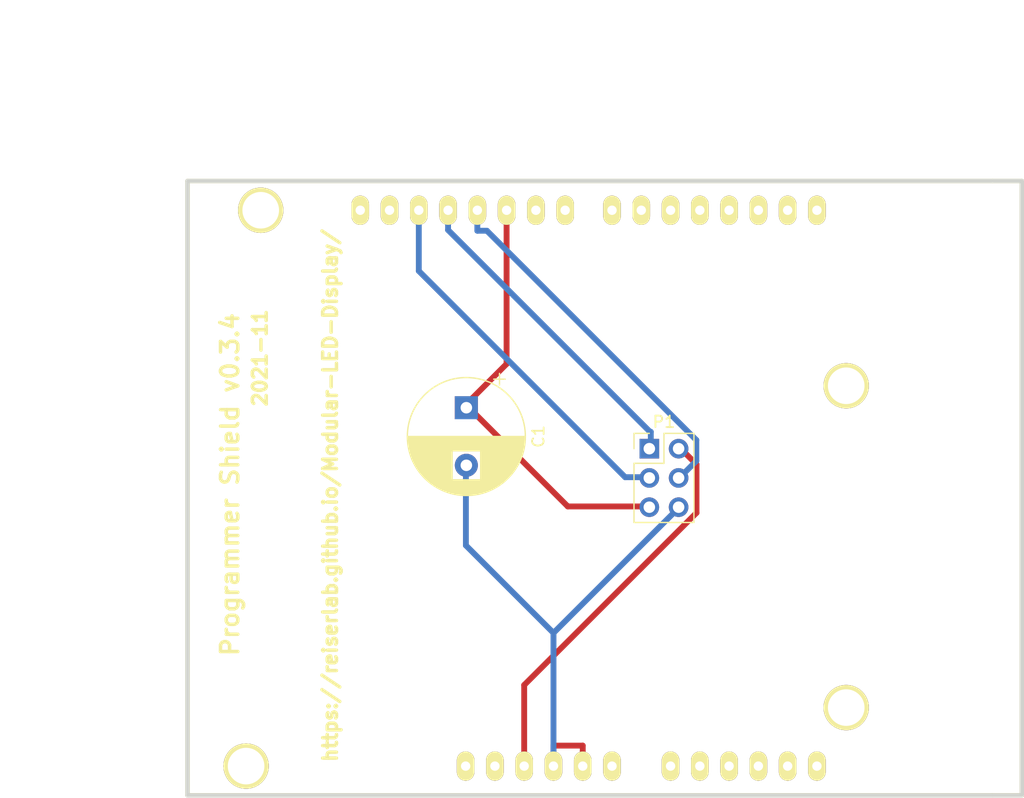
<source format=kicad_pcb>
(kicad_pcb (version 20171130) (host pcbnew 5.1.10)

  (general
    (thickness 1.6)
    (drawings 10)
    (tracks 30)
    (zones 0)
    (modules 3)
    (nets 7)
  )

  (page A3)
  (layers
    (0 F.Cu signal)
    (31 B.Cu signal)
    (32 B.Adhes user)
    (33 F.Adhes user)
    (34 B.Paste user)
    (35 F.Paste user)
    (36 B.SilkS user)
    (37 F.SilkS user)
    (38 B.Mask user)
    (39 F.Mask user)
    (40 Dwgs.User user)
    (41 Cmts.User user)
    (42 Eco1.User user)
    (43 Eco2.User user)
    (44 Edge.Cuts user)
  )

  (setup
    (last_trace_width 0.508)
    (trace_clearance 0.254)
    (zone_clearance 0.508)
    (zone_45_only no)
    (trace_min 0.254)
    (via_size 0.889)
    (via_drill 0.635)
    (via_min_size 0.889)
    (via_min_drill 0.508)
    (uvia_size 0.508)
    (uvia_drill 0.127)
    (uvias_allowed no)
    (uvia_min_size 0.508)
    (uvia_min_drill 0.127)
    (edge_width 0.1)
    (segment_width 0.2)
    (pcb_text_width 0.3)
    (pcb_text_size 1.5 1.5)
    (mod_edge_width 0.15)
    (mod_text_size 1 1)
    (mod_text_width 0.15)
    (pad_size 1.5 1.5)
    (pad_drill 0.6)
    (pad_to_mask_clearance 0)
    (aux_axis_origin 0 0)
    (visible_elements FFFFFFBF)
    (pcbplotparams
      (layerselection 0x010fc_ffffffff)
      (usegerberextensions false)
      (usegerberattributes true)
      (usegerberadvancedattributes true)
      (creategerberjobfile true)
      (excludeedgelayer true)
      (linewidth 0.100000)
      (plotframeref false)
      (viasonmask false)
      (mode 1)
      (useauxorigin false)
      (hpglpennumber 1)
      (hpglpenspeed 20)
      (hpglpendiameter 15.000000)
      (psnegative false)
      (psa4output false)
      (plotreference true)
      (plotvalue true)
      (plotinvisibletext false)
      (padsonsilk false)
      (subtractmaskfromsilk false)
      (outputformat 1)
      (mirror false)
      (drillshape 0)
      (scaleselection 1)
      (outputdirectory "production_v0/"))
  )

  (net 0 "")
  (net 1 /5V)
  (net 2 /GND)
  (net 3 /RST)
  (net 4 /SCK)
  (net 5 /CIPO)
  (net 6 /COPI)

  (net_class Default "This is the default net class."
    (clearance 0.254)
    (trace_width 0.508)
    (via_dia 0.889)
    (via_drill 0.635)
    (uvia_dia 0.508)
    (uvia_drill 0.127)
    (add_net /5V)
    (add_net /CIPO)
    (add_net /COPI)
    (add_net /GND)
    (add_net /RST)
    (add_net /SCK)
  )

  (module Connector_PinHeader_2.54mm:PinHeader_2x03_P2.54mm_Vertical (layer F.Cu) (tedit 59FED5CC) (tstamp 6195126B)
    (at 159.766 102.616)
    (descr "Through hole straight pin header, 2x03, 2.54mm pitch, double rows")
    (tags "Through hole pin header THT 2x03 2.54mm double row")
    (path /55D3A909)
    (fp_text reference P1 (at 1.27 -2.33) (layer F.SilkS)
      (effects (font (size 1 1) (thickness 0.15)))
    )
    (fp_text value CONN_3X2 (at 1.27 7.41) (layer F.Fab)
      (effects (font (size 1 1) (thickness 0.15)))
    )
    (fp_line (start 0 -1.27) (end 3.81 -1.27) (layer F.Fab) (width 0.1))
    (fp_line (start 3.81 -1.27) (end 3.81 6.35) (layer F.Fab) (width 0.1))
    (fp_line (start 3.81 6.35) (end -1.27 6.35) (layer F.Fab) (width 0.1))
    (fp_line (start -1.27 6.35) (end -1.27 0) (layer F.Fab) (width 0.1))
    (fp_line (start -1.27 0) (end 0 -1.27) (layer F.Fab) (width 0.1))
    (fp_line (start -1.33 6.41) (end 3.87 6.41) (layer F.SilkS) (width 0.12))
    (fp_line (start -1.33 1.27) (end -1.33 6.41) (layer F.SilkS) (width 0.12))
    (fp_line (start 3.87 -1.33) (end 3.87 6.41) (layer F.SilkS) (width 0.12))
    (fp_line (start -1.33 1.27) (end 1.27 1.27) (layer F.SilkS) (width 0.12))
    (fp_line (start 1.27 1.27) (end 1.27 -1.33) (layer F.SilkS) (width 0.12))
    (fp_line (start 1.27 -1.33) (end 3.87 -1.33) (layer F.SilkS) (width 0.12))
    (fp_line (start -1.33 0) (end -1.33 -1.33) (layer F.SilkS) (width 0.12))
    (fp_line (start -1.33 -1.33) (end 0 -1.33) (layer F.SilkS) (width 0.12))
    (fp_line (start -1.8 -1.8) (end -1.8 6.85) (layer F.CrtYd) (width 0.05))
    (fp_line (start -1.8 6.85) (end 4.35 6.85) (layer F.CrtYd) (width 0.05))
    (fp_line (start 4.35 6.85) (end 4.35 -1.8) (layer F.CrtYd) (width 0.05))
    (fp_line (start 4.35 -1.8) (end -1.8 -1.8) (layer F.CrtYd) (width 0.05))
    (fp_text user %R (at 1.27 2.54 90) (layer F.Fab)
      (effects (font (size 1 1) (thickness 0.15)))
    )
    (pad 1 thru_hole rect (at 0 0) (size 1.7 1.7) (drill 1) (layers *.Cu *.Mask)
      (net 5 /CIPO))
    (pad 2 thru_hole oval (at 2.54 0) (size 1.7 1.7) (drill 1) (layers *.Cu *.Mask)
      (net 1 /5V))
    (pad 3 thru_hole oval (at 0 2.54) (size 1.7 1.7) (drill 1) (layers *.Cu *.Mask)
      (net 4 /SCK))
    (pad 4 thru_hole oval (at 2.54 2.54) (size 1.7 1.7) (drill 1) (layers *.Cu *.Mask)
      (net 6 /COPI))
    (pad 5 thru_hole oval (at 0 5.08) (size 1.7 1.7) (drill 1) (layers *.Cu *.Mask)
      (net 3 /RST))
    (pad 6 thru_hole oval (at 2.54 5.08) (size 1.7 1.7) (drill 1) (layers *.Cu *.Mask)
      (net 2 /GND))
    (model ${KISYS3DMOD}/Connector_PinHeader_2.54mm.3dshapes/PinHeader_2x03_P2.54mm_Vertical.wrl
      (at (xyz 0 0 0))
      (scale (xyz 1 1 1))
      (rotate (xyz 0 0 0))
    )
  )

  (module Capacitor_THT:CP_Radial_D10.0mm_P5.00mm (layer F.Cu) (tedit 5AE50EF1) (tstamp 619511A0)
    (at 143.89 99.06 270)
    (descr "CP, Radial series, Radial, pin pitch=5.00mm, , diameter=10mm, Electrolytic Capacitor")
    (tags "CP Radial series Radial pin pitch 5.00mm  diameter 10mm Electrolytic Capacitor")
    (path /55D3A922)
    (fp_text reference C1 (at 2.5 -6.25 90) (layer F.SilkS)
      (effects (font (size 1 1) (thickness 0.15)))
    )
    (fp_text value CP1 (at 2.5 6.25 90) (layer F.Fab)
      (effects (font (size 1 1) (thickness 0.15)))
    )
    (fp_circle (center 2.5 0) (end 7.5 0) (layer F.Fab) (width 0.1))
    (fp_circle (center 2.5 0) (end 7.62 0) (layer F.SilkS) (width 0.12))
    (fp_circle (center 2.5 0) (end 7.75 0) (layer F.CrtYd) (width 0.05))
    (fp_line (start -1.788861 -2.1875) (end -0.788861 -2.1875) (layer F.Fab) (width 0.1))
    (fp_line (start -1.288861 -2.6875) (end -1.288861 -1.6875) (layer F.Fab) (width 0.1))
    (fp_line (start 2.5 -5.08) (end 2.5 5.08) (layer F.SilkS) (width 0.12))
    (fp_line (start 2.54 -5.08) (end 2.54 5.08) (layer F.SilkS) (width 0.12))
    (fp_line (start 2.58 -5.08) (end 2.58 5.08) (layer F.SilkS) (width 0.12))
    (fp_line (start 2.62 -5.079) (end 2.62 5.079) (layer F.SilkS) (width 0.12))
    (fp_line (start 2.66 -5.078) (end 2.66 5.078) (layer F.SilkS) (width 0.12))
    (fp_line (start 2.7 -5.077) (end 2.7 5.077) (layer F.SilkS) (width 0.12))
    (fp_line (start 2.74 -5.075) (end 2.74 5.075) (layer F.SilkS) (width 0.12))
    (fp_line (start 2.78 -5.073) (end 2.78 5.073) (layer F.SilkS) (width 0.12))
    (fp_line (start 2.82 -5.07) (end 2.82 5.07) (layer F.SilkS) (width 0.12))
    (fp_line (start 2.86 -5.068) (end 2.86 5.068) (layer F.SilkS) (width 0.12))
    (fp_line (start 2.9 -5.065) (end 2.9 5.065) (layer F.SilkS) (width 0.12))
    (fp_line (start 2.94 -5.062) (end 2.94 5.062) (layer F.SilkS) (width 0.12))
    (fp_line (start 2.98 -5.058) (end 2.98 5.058) (layer F.SilkS) (width 0.12))
    (fp_line (start 3.02 -5.054) (end 3.02 5.054) (layer F.SilkS) (width 0.12))
    (fp_line (start 3.06 -5.05) (end 3.06 5.05) (layer F.SilkS) (width 0.12))
    (fp_line (start 3.1 -5.045) (end 3.1 5.045) (layer F.SilkS) (width 0.12))
    (fp_line (start 3.14 -5.04) (end 3.14 5.04) (layer F.SilkS) (width 0.12))
    (fp_line (start 3.18 -5.035) (end 3.18 5.035) (layer F.SilkS) (width 0.12))
    (fp_line (start 3.221 -5.03) (end 3.221 5.03) (layer F.SilkS) (width 0.12))
    (fp_line (start 3.261 -5.024) (end 3.261 5.024) (layer F.SilkS) (width 0.12))
    (fp_line (start 3.301 -5.018) (end 3.301 5.018) (layer F.SilkS) (width 0.12))
    (fp_line (start 3.341 -5.011) (end 3.341 5.011) (layer F.SilkS) (width 0.12))
    (fp_line (start 3.381 -5.004) (end 3.381 5.004) (layer F.SilkS) (width 0.12))
    (fp_line (start 3.421 -4.997) (end 3.421 4.997) (layer F.SilkS) (width 0.12))
    (fp_line (start 3.461 -4.99) (end 3.461 4.99) (layer F.SilkS) (width 0.12))
    (fp_line (start 3.501 -4.982) (end 3.501 4.982) (layer F.SilkS) (width 0.12))
    (fp_line (start 3.541 -4.974) (end 3.541 4.974) (layer F.SilkS) (width 0.12))
    (fp_line (start 3.581 -4.965) (end 3.581 4.965) (layer F.SilkS) (width 0.12))
    (fp_line (start 3.621 -4.956) (end 3.621 4.956) (layer F.SilkS) (width 0.12))
    (fp_line (start 3.661 -4.947) (end 3.661 4.947) (layer F.SilkS) (width 0.12))
    (fp_line (start 3.701 -4.938) (end 3.701 4.938) (layer F.SilkS) (width 0.12))
    (fp_line (start 3.741 -4.928) (end 3.741 4.928) (layer F.SilkS) (width 0.12))
    (fp_line (start 3.781 -4.918) (end 3.781 -1.241) (layer F.SilkS) (width 0.12))
    (fp_line (start 3.781 1.241) (end 3.781 4.918) (layer F.SilkS) (width 0.12))
    (fp_line (start 3.821 -4.907) (end 3.821 -1.241) (layer F.SilkS) (width 0.12))
    (fp_line (start 3.821 1.241) (end 3.821 4.907) (layer F.SilkS) (width 0.12))
    (fp_line (start 3.861 -4.897) (end 3.861 -1.241) (layer F.SilkS) (width 0.12))
    (fp_line (start 3.861 1.241) (end 3.861 4.897) (layer F.SilkS) (width 0.12))
    (fp_line (start 3.901 -4.885) (end 3.901 -1.241) (layer F.SilkS) (width 0.12))
    (fp_line (start 3.901 1.241) (end 3.901 4.885) (layer F.SilkS) (width 0.12))
    (fp_line (start 3.941 -4.874) (end 3.941 -1.241) (layer F.SilkS) (width 0.12))
    (fp_line (start 3.941 1.241) (end 3.941 4.874) (layer F.SilkS) (width 0.12))
    (fp_line (start 3.981 -4.862) (end 3.981 -1.241) (layer F.SilkS) (width 0.12))
    (fp_line (start 3.981 1.241) (end 3.981 4.862) (layer F.SilkS) (width 0.12))
    (fp_line (start 4.021 -4.85) (end 4.021 -1.241) (layer F.SilkS) (width 0.12))
    (fp_line (start 4.021 1.241) (end 4.021 4.85) (layer F.SilkS) (width 0.12))
    (fp_line (start 4.061 -4.837) (end 4.061 -1.241) (layer F.SilkS) (width 0.12))
    (fp_line (start 4.061 1.241) (end 4.061 4.837) (layer F.SilkS) (width 0.12))
    (fp_line (start 4.101 -4.824) (end 4.101 -1.241) (layer F.SilkS) (width 0.12))
    (fp_line (start 4.101 1.241) (end 4.101 4.824) (layer F.SilkS) (width 0.12))
    (fp_line (start 4.141 -4.811) (end 4.141 -1.241) (layer F.SilkS) (width 0.12))
    (fp_line (start 4.141 1.241) (end 4.141 4.811) (layer F.SilkS) (width 0.12))
    (fp_line (start 4.181 -4.797) (end 4.181 -1.241) (layer F.SilkS) (width 0.12))
    (fp_line (start 4.181 1.241) (end 4.181 4.797) (layer F.SilkS) (width 0.12))
    (fp_line (start 4.221 -4.783) (end 4.221 -1.241) (layer F.SilkS) (width 0.12))
    (fp_line (start 4.221 1.241) (end 4.221 4.783) (layer F.SilkS) (width 0.12))
    (fp_line (start 4.261 -4.768) (end 4.261 -1.241) (layer F.SilkS) (width 0.12))
    (fp_line (start 4.261 1.241) (end 4.261 4.768) (layer F.SilkS) (width 0.12))
    (fp_line (start 4.301 -4.754) (end 4.301 -1.241) (layer F.SilkS) (width 0.12))
    (fp_line (start 4.301 1.241) (end 4.301 4.754) (layer F.SilkS) (width 0.12))
    (fp_line (start 4.341 -4.738) (end 4.341 -1.241) (layer F.SilkS) (width 0.12))
    (fp_line (start 4.341 1.241) (end 4.341 4.738) (layer F.SilkS) (width 0.12))
    (fp_line (start 4.381 -4.723) (end 4.381 -1.241) (layer F.SilkS) (width 0.12))
    (fp_line (start 4.381 1.241) (end 4.381 4.723) (layer F.SilkS) (width 0.12))
    (fp_line (start 4.421 -4.707) (end 4.421 -1.241) (layer F.SilkS) (width 0.12))
    (fp_line (start 4.421 1.241) (end 4.421 4.707) (layer F.SilkS) (width 0.12))
    (fp_line (start 4.461 -4.69) (end 4.461 -1.241) (layer F.SilkS) (width 0.12))
    (fp_line (start 4.461 1.241) (end 4.461 4.69) (layer F.SilkS) (width 0.12))
    (fp_line (start 4.501 -4.674) (end 4.501 -1.241) (layer F.SilkS) (width 0.12))
    (fp_line (start 4.501 1.241) (end 4.501 4.674) (layer F.SilkS) (width 0.12))
    (fp_line (start 4.541 -4.657) (end 4.541 -1.241) (layer F.SilkS) (width 0.12))
    (fp_line (start 4.541 1.241) (end 4.541 4.657) (layer F.SilkS) (width 0.12))
    (fp_line (start 4.581 -4.639) (end 4.581 -1.241) (layer F.SilkS) (width 0.12))
    (fp_line (start 4.581 1.241) (end 4.581 4.639) (layer F.SilkS) (width 0.12))
    (fp_line (start 4.621 -4.621) (end 4.621 -1.241) (layer F.SilkS) (width 0.12))
    (fp_line (start 4.621 1.241) (end 4.621 4.621) (layer F.SilkS) (width 0.12))
    (fp_line (start 4.661 -4.603) (end 4.661 -1.241) (layer F.SilkS) (width 0.12))
    (fp_line (start 4.661 1.241) (end 4.661 4.603) (layer F.SilkS) (width 0.12))
    (fp_line (start 4.701 -4.584) (end 4.701 -1.241) (layer F.SilkS) (width 0.12))
    (fp_line (start 4.701 1.241) (end 4.701 4.584) (layer F.SilkS) (width 0.12))
    (fp_line (start 4.741 -4.564) (end 4.741 -1.241) (layer F.SilkS) (width 0.12))
    (fp_line (start 4.741 1.241) (end 4.741 4.564) (layer F.SilkS) (width 0.12))
    (fp_line (start 4.781 -4.545) (end 4.781 -1.241) (layer F.SilkS) (width 0.12))
    (fp_line (start 4.781 1.241) (end 4.781 4.545) (layer F.SilkS) (width 0.12))
    (fp_line (start 4.821 -4.525) (end 4.821 -1.241) (layer F.SilkS) (width 0.12))
    (fp_line (start 4.821 1.241) (end 4.821 4.525) (layer F.SilkS) (width 0.12))
    (fp_line (start 4.861 -4.504) (end 4.861 -1.241) (layer F.SilkS) (width 0.12))
    (fp_line (start 4.861 1.241) (end 4.861 4.504) (layer F.SilkS) (width 0.12))
    (fp_line (start 4.901 -4.483) (end 4.901 -1.241) (layer F.SilkS) (width 0.12))
    (fp_line (start 4.901 1.241) (end 4.901 4.483) (layer F.SilkS) (width 0.12))
    (fp_line (start 4.941 -4.462) (end 4.941 -1.241) (layer F.SilkS) (width 0.12))
    (fp_line (start 4.941 1.241) (end 4.941 4.462) (layer F.SilkS) (width 0.12))
    (fp_line (start 4.981 -4.44) (end 4.981 -1.241) (layer F.SilkS) (width 0.12))
    (fp_line (start 4.981 1.241) (end 4.981 4.44) (layer F.SilkS) (width 0.12))
    (fp_line (start 5.021 -4.417) (end 5.021 -1.241) (layer F.SilkS) (width 0.12))
    (fp_line (start 5.021 1.241) (end 5.021 4.417) (layer F.SilkS) (width 0.12))
    (fp_line (start 5.061 -4.395) (end 5.061 -1.241) (layer F.SilkS) (width 0.12))
    (fp_line (start 5.061 1.241) (end 5.061 4.395) (layer F.SilkS) (width 0.12))
    (fp_line (start 5.101 -4.371) (end 5.101 -1.241) (layer F.SilkS) (width 0.12))
    (fp_line (start 5.101 1.241) (end 5.101 4.371) (layer F.SilkS) (width 0.12))
    (fp_line (start 5.141 -4.347) (end 5.141 -1.241) (layer F.SilkS) (width 0.12))
    (fp_line (start 5.141 1.241) (end 5.141 4.347) (layer F.SilkS) (width 0.12))
    (fp_line (start 5.181 -4.323) (end 5.181 -1.241) (layer F.SilkS) (width 0.12))
    (fp_line (start 5.181 1.241) (end 5.181 4.323) (layer F.SilkS) (width 0.12))
    (fp_line (start 5.221 -4.298) (end 5.221 -1.241) (layer F.SilkS) (width 0.12))
    (fp_line (start 5.221 1.241) (end 5.221 4.298) (layer F.SilkS) (width 0.12))
    (fp_line (start 5.261 -4.273) (end 5.261 -1.241) (layer F.SilkS) (width 0.12))
    (fp_line (start 5.261 1.241) (end 5.261 4.273) (layer F.SilkS) (width 0.12))
    (fp_line (start 5.301 -4.247) (end 5.301 -1.241) (layer F.SilkS) (width 0.12))
    (fp_line (start 5.301 1.241) (end 5.301 4.247) (layer F.SilkS) (width 0.12))
    (fp_line (start 5.341 -4.221) (end 5.341 -1.241) (layer F.SilkS) (width 0.12))
    (fp_line (start 5.341 1.241) (end 5.341 4.221) (layer F.SilkS) (width 0.12))
    (fp_line (start 5.381 -4.194) (end 5.381 -1.241) (layer F.SilkS) (width 0.12))
    (fp_line (start 5.381 1.241) (end 5.381 4.194) (layer F.SilkS) (width 0.12))
    (fp_line (start 5.421 -4.166) (end 5.421 -1.241) (layer F.SilkS) (width 0.12))
    (fp_line (start 5.421 1.241) (end 5.421 4.166) (layer F.SilkS) (width 0.12))
    (fp_line (start 5.461 -4.138) (end 5.461 -1.241) (layer F.SilkS) (width 0.12))
    (fp_line (start 5.461 1.241) (end 5.461 4.138) (layer F.SilkS) (width 0.12))
    (fp_line (start 5.501 -4.11) (end 5.501 -1.241) (layer F.SilkS) (width 0.12))
    (fp_line (start 5.501 1.241) (end 5.501 4.11) (layer F.SilkS) (width 0.12))
    (fp_line (start 5.541 -4.08) (end 5.541 -1.241) (layer F.SilkS) (width 0.12))
    (fp_line (start 5.541 1.241) (end 5.541 4.08) (layer F.SilkS) (width 0.12))
    (fp_line (start 5.581 -4.05) (end 5.581 -1.241) (layer F.SilkS) (width 0.12))
    (fp_line (start 5.581 1.241) (end 5.581 4.05) (layer F.SilkS) (width 0.12))
    (fp_line (start 5.621 -4.02) (end 5.621 -1.241) (layer F.SilkS) (width 0.12))
    (fp_line (start 5.621 1.241) (end 5.621 4.02) (layer F.SilkS) (width 0.12))
    (fp_line (start 5.661 -3.989) (end 5.661 -1.241) (layer F.SilkS) (width 0.12))
    (fp_line (start 5.661 1.241) (end 5.661 3.989) (layer F.SilkS) (width 0.12))
    (fp_line (start 5.701 -3.957) (end 5.701 -1.241) (layer F.SilkS) (width 0.12))
    (fp_line (start 5.701 1.241) (end 5.701 3.957) (layer F.SilkS) (width 0.12))
    (fp_line (start 5.741 -3.925) (end 5.741 -1.241) (layer F.SilkS) (width 0.12))
    (fp_line (start 5.741 1.241) (end 5.741 3.925) (layer F.SilkS) (width 0.12))
    (fp_line (start 5.781 -3.892) (end 5.781 -1.241) (layer F.SilkS) (width 0.12))
    (fp_line (start 5.781 1.241) (end 5.781 3.892) (layer F.SilkS) (width 0.12))
    (fp_line (start 5.821 -3.858) (end 5.821 -1.241) (layer F.SilkS) (width 0.12))
    (fp_line (start 5.821 1.241) (end 5.821 3.858) (layer F.SilkS) (width 0.12))
    (fp_line (start 5.861 -3.824) (end 5.861 -1.241) (layer F.SilkS) (width 0.12))
    (fp_line (start 5.861 1.241) (end 5.861 3.824) (layer F.SilkS) (width 0.12))
    (fp_line (start 5.901 -3.789) (end 5.901 -1.241) (layer F.SilkS) (width 0.12))
    (fp_line (start 5.901 1.241) (end 5.901 3.789) (layer F.SilkS) (width 0.12))
    (fp_line (start 5.941 -3.753) (end 5.941 -1.241) (layer F.SilkS) (width 0.12))
    (fp_line (start 5.941 1.241) (end 5.941 3.753) (layer F.SilkS) (width 0.12))
    (fp_line (start 5.981 -3.716) (end 5.981 -1.241) (layer F.SilkS) (width 0.12))
    (fp_line (start 5.981 1.241) (end 5.981 3.716) (layer F.SilkS) (width 0.12))
    (fp_line (start 6.021 -3.679) (end 6.021 -1.241) (layer F.SilkS) (width 0.12))
    (fp_line (start 6.021 1.241) (end 6.021 3.679) (layer F.SilkS) (width 0.12))
    (fp_line (start 6.061 -3.64) (end 6.061 -1.241) (layer F.SilkS) (width 0.12))
    (fp_line (start 6.061 1.241) (end 6.061 3.64) (layer F.SilkS) (width 0.12))
    (fp_line (start 6.101 -3.601) (end 6.101 -1.241) (layer F.SilkS) (width 0.12))
    (fp_line (start 6.101 1.241) (end 6.101 3.601) (layer F.SilkS) (width 0.12))
    (fp_line (start 6.141 -3.561) (end 6.141 -1.241) (layer F.SilkS) (width 0.12))
    (fp_line (start 6.141 1.241) (end 6.141 3.561) (layer F.SilkS) (width 0.12))
    (fp_line (start 6.181 -3.52) (end 6.181 -1.241) (layer F.SilkS) (width 0.12))
    (fp_line (start 6.181 1.241) (end 6.181 3.52) (layer F.SilkS) (width 0.12))
    (fp_line (start 6.221 -3.478) (end 6.221 -1.241) (layer F.SilkS) (width 0.12))
    (fp_line (start 6.221 1.241) (end 6.221 3.478) (layer F.SilkS) (width 0.12))
    (fp_line (start 6.261 -3.436) (end 6.261 3.436) (layer F.SilkS) (width 0.12))
    (fp_line (start 6.301 -3.392) (end 6.301 3.392) (layer F.SilkS) (width 0.12))
    (fp_line (start 6.341 -3.347) (end 6.341 3.347) (layer F.SilkS) (width 0.12))
    (fp_line (start 6.381 -3.301) (end 6.381 3.301) (layer F.SilkS) (width 0.12))
    (fp_line (start 6.421 -3.254) (end 6.421 3.254) (layer F.SilkS) (width 0.12))
    (fp_line (start 6.461 -3.206) (end 6.461 3.206) (layer F.SilkS) (width 0.12))
    (fp_line (start 6.501 -3.156) (end 6.501 3.156) (layer F.SilkS) (width 0.12))
    (fp_line (start 6.541 -3.106) (end 6.541 3.106) (layer F.SilkS) (width 0.12))
    (fp_line (start 6.581 -3.054) (end 6.581 3.054) (layer F.SilkS) (width 0.12))
    (fp_line (start 6.621 -3) (end 6.621 3) (layer F.SilkS) (width 0.12))
    (fp_line (start 6.661 -2.945) (end 6.661 2.945) (layer F.SilkS) (width 0.12))
    (fp_line (start 6.701 -2.889) (end 6.701 2.889) (layer F.SilkS) (width 0.12))
    (fp_line (start 6.741 -2.83) (end 6.741 2.83) (layer F.SilkS) (width 0.12))
    (fp_line (start 6.781 -2.77) (end 6.781 2.77) (layer F.SilkS) (width 0.12))
    (fp_line (start 6.821 -2.709) (end 6.821 2.709) (layer F.SilkS) (width 0.12))
    (fp_line (start 6.861 -2.645) (end 6.861 2.645) (layer F.SilkS) (width 0.12))
    (fp_line (start 6.901 -2.579) (end 6.901 2.579) (layer F.SilkS) (width 0.12))
    (fp_line (start 6.941 -2.51) (end 6.941 2.51) (layer F.SilkS) (width 0.12))
    (fp_line (start 6.981 -2.439) (end 6.981 2.439) (layer F.SilkS) (width 0.12))
    (fp_line (start 7.021 -2.365) (end 7.021 2.365) (layer F.SilkS) (width 0.12))
    (fp_line (start 7.061 -2.289) (end 7.061 2.289) (layer F.SilkS) (width 0.12))
    (fp_line (start 7.101 -2.209) (end 7.101 2.209) (layer F.SilkS) (width 0.12))
    (fp_line (start 7.141 -2.125) (end 7.141 2.125) (layer F.SilkS) (width 0.12))
    (fp_line (start 7.181 -2.037) (end 7.181 2.037) (layer F.SilkS) (width 0.12))
    (fp_line (start 7.221 -1.944) (end 7.221 1.944) (layer F.SilkS) (width 0.12))
    (fp_line (start 7.261 -1.846) (end 7.261 1.846) (layer F.SilkS) (width 0.12))
    (fp_line (start 7.301 -1.742) (end 7.301 1.742) (layer F.SilkS) (width 0.12))
    (fp_line (start 7.341 -1.63) (end 7.341 1.63) (layer F.SilkS) (width 0.12))
    (fp_line (start 7.381 -1.51) (end 7.381 1.51) (layer F.SilkS) (width 0.12))
    (fp_line (start 7.421 -1.378) (end 7.421 1.378) (layer F.SilkS) (width 0.12))
    (fp_line (start 7.461 -1.23) (end 7.461 1.23) (layer F.SilkS) (width 0.12))
    (fp_line (start 7.501 -1.062) (end 7.501 1.062) (layer F.SilkS) (width 0.12))
    (fp_line (start 7.541 -0.862) (end 7.541 0.862) (layer F.SilkS) (width 0.12))
    (fp_line (start 7.581 -0.599) (end 7.581 0.599) (layer F.SilkS) (width 0.12))
    (fp_line (start -2.979646 -2.875) (end -1.979646 -2.875) (layer F.SilkS) (width 0.12))
    (fp_line (start -2.479646 -3.375) (end -2.479646 -2.375) (layer F.SilkS) (width 0.12))
    (fp_text user %R (at 2.5 0 90) (layer F.Fab)
      (effects (font (size 1 1) (thickness 0.15)))
    )
    (pad 1 thru_hole rect (at 0 0 270) (size 2 2) (drill 1) (layers *.Cu *.Mask)
      (net 3 /RST))
    (pad 2 thru_hole circle (at 5 0 270) (size 2 2) (drill 1) (layers *.Cu *.Mask)
      (net 2 /GND))
    (model ${KISYS3DMOD}/Capacitor_THT.3dshapes/CP_Radial_D10.0mm_P5.00mm.wrl
      (at (xyz 0 0 0))
      (scale (xyz 1 1 1))
      (rotate (xyz 0 0 0))
    )
  )

  (module shield_programmer_v0p3:ARDUINO_SHIELD (layer F.Cu) (tedit 521963CD) (tstamp 61951BDC)
    (at 119.698 132.715)
    (path /55D3A8F9)
    (fp_text reference SHIELD1 (at 1.968 8.509) (layer F.SilkS) hide
      (effects (font (size 1.524 1.524) (thickness 0.3048)))
    )
    (fp_text value ARDUINO_SHIELD (at 6.54 5.461) (layer F.SilkS) hide
      (effects (font (size 1.524 1.524) (thickness 0.3048)))
    )
    (fp_line (start 72.39 -53.34) (end 72.39 0) (layer F.SilkS) (width 0.381))
    (fp_line (start 69.85 0) (end 72.39 0) (layer F.SilkS) (width 0.381))
    (fp_line (start 69.85 -53.34) (end 72.39 -53.34) (layer F.SilkS) (width 0.381))
    (fp_line (start 69.85 -53.34) (end 0 -53.34) (layer F.SilkS) (width 0.381))
    (fp_line (start 0 0) (end 69.85 0) (layer F.SilkS) (width 0.381))
    (fp_line (start 0 0) (end 0 -53.34) (layer F.SilkS) (width 0.381))
    (pad AD5 thru_hole oval (at 54.61 -2.54 90) (size 2.54 1.524) (drill 0.8128) (layers *.Cu *.Mask F.SilkS))
    (pad AD4 thru_hole oval (at 52.07 -2.54 90) (size 2.54 1.524) (drill 0.8128) (layers *.Cu *.Mask F.SilkS))
    (pad AD3 thru_hole oval (at 49.53 -2.54 90) (size 2.54 1.524) (drill 0.8128) (layers *.Cu *.Mask F.SilkS))
    (pad AD0 thru_hole oval (at 41.91 -2.54 90) (size 2.54 1.524) (drill 0.8128) (layers *.Cu *.Mask F.SilkS))
    (pad AD1 thru_hole oval (at 44.45 -2.54 90) (size 2.54 1.524) (drill 0.8128) (layers *.Cu *.Mask F.SilkS))
    (pad AD2 thru_hole oval (at 46.99 -2.54 90) (size 2.54 1.524) (drill 0.8128) (layers *.Cu *.Mask F.SilkS))
    (pad V_IN thru_hole oval (at 36.83 -2.54 90) (size 2.54 1.524) (drill 0.8128) (layers *.Cu *.Mask F.SilkS))
    (pad GND2 thru_hole oval (at 34.29 -2.54 90) (size 2.54 1.524) (drill 0.8128) (layers *.Cu *.Mask F.SilkS)
      (net 2 /GND))
    (pad GND1 thru_hole oval (at 31.75 -2.54 90) (size 2.54 1.524) (drill 0.8128) (layers *.Cu *.Mask F.SilkS)
      (net 2 /GND))
    (pad 3V3 thru_hole oval (at 26.67 -2.54 90) (size 2.54 1.524) (drill 0.8128) (layers *.Cu *.Mask F.SilkS))
    (pad RST thru_hole oval (at 24.13 -2.54 90) (size 2.54 1.524) (drill 0.8128) (layers *.Cu *.Mask F.SilkS))
    (pad 0 thru_hole oval (at 54.61 -50.8 90) (size 2.54 1.524) (drill 0.8128) (layers *.Cu *.Mask F.SilkS))
    (pad 1 thru_hole oval (at 52.07 -50.8 90) (size 2.54 1.524) (drill 0.8128) (layers *.Cu *.Mask F.SilkS))
    (pad 2 thru_hole oval (at 49.53 -50.8 90) (size 2.54 1.524) (drill 0.8128) (layers *.Cu *.Mask F.SilkS))
    (pad 3 thru_hole oval (at 46.99 -50.8 90) (size 2.54 1.524) (drill 0.8128) (layers *.Cu *.Mask F.SilkS))
    (pad 4 thru_hole oval (at 44.45 -50.8 90) (size 2.54 1.524) (drill 0.8128) (layers *.Cu *.Mask F.SilkS))
    (pad 5 thru_hole oval (at 41.91 -50.8 90) (size 2.54 1.524) (drill 0.8128) (layers *.Cu *.Mask F.SilkS))
    (pad 6 thru_hole oval (at 39.37 -50.8 90) (size 2.54 1.524) (drill 0.8128) (layers *.Cu *.Mask F.SilkS))
    (pad 7 thru_hole oval (at 36.83 -50.8 90) (size 2.54 1.524) (drill 0.8128) (layers *.Cu *.Mask F.SilkS))
    (pad 8 thru_hole oval (at 32.766 -50.8 90) (size 2.54 1.524) (drill 0.8128) (layers *.Cu *.Mask F.SilkS))
    (pad 9 thru_hole oval (at 30.226 -50.8 90) (size 2.54 1.524) (drill 0.8128) (layers *.Cu *.Mask F.SilkS))
    (pad 10 thru_hole oval (at 27.686 -50.8 90) (size 2.54 1.524) (drill 0.8128) (layers *.Cu *.Mask F.SilkS)
      (net 3 /RST))
    (pad 11 thru_hole oval (at 25.146 -50.8 90) (size 2.54 1.524) (drill 0.8128) (layers *.Cu *.Mask F.SilkS)
      (net 6 /COPI))
    (pad 12 thru_hole oval (at 22.606 -50.8 90) (size 2.54 1.524) (drill 0.8128) (layers *.Cu *.Mask F.SilkS)
      (net 5 /CIPO))
    (pad 13 thru_hole oval (at 20.066 -50.8 90) (size 2.54 1.524) (drill 0.8128) (layers *.Cu *.Mask F.SilkS)
      (net 4 /SCK))
    (pad GND3 thru_hole oval (at 17.526 -50.8 90) (size 2.54 1.524) (drill 0.8128) (layers *.Cu *.Mask F.SilkS))
    (pad AREF thru_hole oval (at 14.986 -50.8 90) (size 2.54 1.524) (drill 0.8128) (layers *.Cu *.Mask F.SilkS))
    (pad 5V thru_hole oval (at 29.21 -2.54 90) (size 2.54 1.524) (drill 0.8128) (layers *.Cu *.Mask F.SilkS)
      (net 1 /5V))
    (pad "" thru_hole circle (at 57.15 -7.62 90) (size 3.937 3.937) (drill 3.175) (layers *.Cu *.Mask F.SilkS))
    (pad "" thru_hole circle (at 57.15 -35.56 90) (size 3.937 3.937) (drill 3.175) (layers *.Cu *.Mask F.SilkS))
    (pad "" thru_hole circle (at 6.35 -50.8 90) (size 3.937 3.937) (drill 3.175) (layers *.Cu *.Mask F.SilkS))
    (pad "" thru_hole circle (at 5.08 -2.54 90) (size 3.937 3.937) (drill 3.175) (layers *.Cu *.Mask F.SilkS))
  )

  (gr_text 2021-11 (at 125.984 94.742 90) (layer F.SilkS)
    (effects (font (size 1.2 1.2) (thickness 0.3)))
  )
  (gr_text https://reiserlab.github.io/Modular-LED-Display/ (at 132.08 106.68 90) (layer F.SilkS)
    (effects (font (size 1.2 1.2) (thickness 0.3)))
  )
  (dimension 72.39 (width 0.3) (layer Dwgs.User)
    (gr_text "72.390 mm" (at 155.8925 65.515502) (layer Dwgs.User)
      (effects (font (size 1.5 1.5) (thickness 0.3)))
    )
    (feature1 (pts (xy 192.0875 79.375) (xy 192.0875 64.165502)))
    (feature2 (pts (xy 119.6975 79.375) (xy 119.6975 64.165502)))
    (crossbar (pts (xy 119.6975 66.865502) (xy 192.0875 66.865502)))
    (arrow1a (pts (xy 192.0875 66.865502) (xy 190.960997 67.451922)))
    (arrow1b (pts (xy 192.0875 66.865502) (xy 190.960997 66.279082)))
    (arrow2a (pts (xy 119.6975 66.865502) (xy 120.824003 67.451922)))
    (arrow2b (pts (xy 119.6975 66.865502) (xy 120.824003 66.279082)))
  )
  (dimension 53.34 (width 0.3) (layer Dwgs.User)
    (gr_text "53.340 mm" (at 109.711499 106.045 270) (layer Dwgs.User)
      (effects (font (size 1.5 1.5) (thickness 0.3)))
    )
    (feature1 (pts (xy 119.6975 132.715) (xy 108.361499 132.715)))
    (feature2 (pts (xy 119.6975 79.375) (xy 108.361499 79.375)))
    (crossbar (pts (xy 111.061499 79.375) (xy 111.061499 132.715)))
    (arrow1a (pts (xy 111.061499 132.715) (xy 110.475079 131.588497)))
    (arrow1b (pts (xy 111.061499 132.715) (xy 111.647919 131.588497)))
    (arrow2a (pts (xy 111.061499 79.375) (xy 110.475079 80.501503)))
    (arrow2b (pts (xy 111.061499 79.375) (xy 111.647919 80.501503)))
  )
  (gr_text "Programmer Shield v0.3.4" (at 123.3805 105.7275 90) (layer F.SilkS)
    (effects (font (size 1.5 1.5) (thickness 0.3)))
  )
  (gr_line (start 192.0875 132.715) (end 192.0875 132.6515) (angle 90) (layer Edge.Cuts) (width 0.1))
  (gr_line (start 119.6975 132.715) (end 192.0875 132.715) (angle 90) (layer Edge.Cuts) (width 0.381))
  (gr_line (start 192.0875 79.375) (end 192.0875 132.6515) (angle 90) (layer Edge.Cuts) (width 0.381))
  (gr_line (start 119.6975 79.375) (end 192.0875 79.375) (angle 90) (layer Edge.Cuts) (width 0.381))
  (gr_line (start 119.6975 132.715) (end 119.6975 79.375) (angle 90) (layer Edge.Cuts) (width 0.381))

  (segment (start 148.908 123.1366) (end 148.908 130.175) (width 0.508) (layer F.Cu) (net 1) (status 20))
  (segment (start 163.8574 108.1872) (end 148.908 123.1366) (width 0.508) (layer F.Cu) (net 1))
  (segment (start 163.8574 103.9764) (end 163.8574 108.1872) (width 0.508) (layer F.Cu) (net 1))
  (segment (start 162.433 102.552) (end 163.8574 103.9764) (width 0.508) (layer F.Cu) (net 1) (status 10))
  (segment (start 151.448 128.3967) (end 153.988 128.3967) (width 0.508) (layer F.Cu) (net 2))
  (segment (start 151.448 130.175) (end 151.448 128.3967) (width 0.508) (layer F.Cu) (net 2) (status 10))
  (segment (start 153.988 130.175) (end 153.988 128.3967) (width 0.508) (layer F.Cu) (net 2) (status 10))
  (segment (start 162.433 107.632) (end 151.45 118.615) (width 0.508) (layer B.Cu) (net 2) (status 10))
  (segment (start 151.45 130.173) (end 151.448 130.175) (width 0.508) (layer B.Cu) (net 2) (status 30))
  (segment (start 151.45 118.615) (end 151.45 130.173) (width 0.508) (layer B.Cu) (net 2) (status 20))
  (segment (start 143.85 111.015) (end 151.45 118.615) (width 0.508) (layer B.Cu) (net 2))
  (segment (start 143.85 103.87) (end 143.85 111.015) (width 0.508) (layer B.Cu) (net 2) (status 10))
  (segment (start 142.304 83.63) (end 142.304 81.915) (width 0.508) (layer B.Cu) (net 5) (status 20))
  (segment (start 159.8287 101.1547) (end 142.304 83.63) (width 0.508) (layer B.Cu) (net 5))
  (segment (start 159.893 101.1547) (end 159.8287 101.1547) (width 0.508) (layer B.Cu) (net 5))
  (segment (start 159.893 102.552) (end 159.893 101.1547) (width 0.508) (layer B.Cu) (net 5) (status 10))
  (segment (start 145.6693 83.6933) (end 144.844 83.6933) (width 0.508) (layer B.Cu) (net 6))
  (segment (start 163.8427 101.8667) (end 145.6693 83.6933) (width 0.508) (layer B.Cu) (net 6))
  (segment (start 144.844 83.6933) (end 144.844 81.915) (width 0.508) (layer B.Cu) (net 6) (status 20))
  (segment (start 163.8427 103.6823) (end 163.8427 101.8667) (width 0.508) (layer B.Cu) (net 6))
  (segment (start 162.433 105.092) (end 163.8427 103.6823) (width 0.508) (layer B.Cu) (net 6) (status 10))
  (segment (start 152.692 107.632) (end 143.85 98.79) (width 0.508) (layer F.Cu) (net 3) (status 20))
  (segment (start 143.85 98.79) (end 147.38 95.26) (width 0.508) (layer F.Cu) (net 3) (status 10))
  (segment (start 147.38 81.919) (end 147.384 81.915) (width 0.508) (layer F.Cu) (net 3) (status 30))
  (segment (start 147.38 95.26) (end 147.38 81.919) (width 0.508) (layer F.Cu) (net 3) (status 20))
  (segment (start 159.462 107.632) (end 159.68 107.85) (width 0.508) (layer F.Cu) (net 3) (status 30))
  (segment (start 152.692 107.632) (end 159.462 107.632) (width 0.508) (layer F.Cu) (net 3) (status 20))
  (segment (start 139.764 87.186) (end 139.764 81.915) (width 0.508) (layer B.Cu) (net 4) (status 20))
  (segment (start 157.67 105.092) (end 139.764 87.186) (width 0.508) (layer B.Cu) (net 4))
  (segment (start 159.893 105.092) (end 157.67 105.092) (width 0.508) (layer B.Cu) (net 4) (status 10))

)

</source>
